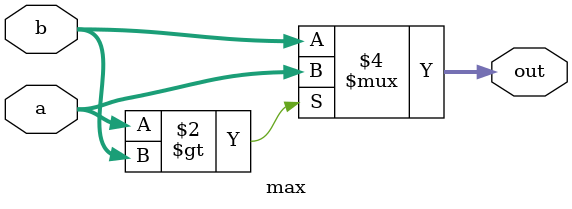
<source format=sv>
module max (input [7:0] a, 
            input [7:0] b, 
            output reg [7:0] out);
  always @* begin
    if (a>b)
      out = a;
    else
      out = b;
  end
endmodule

</source>
